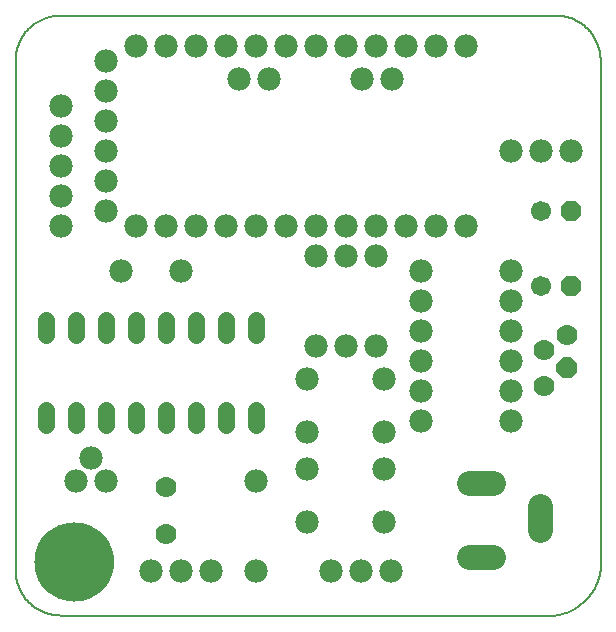
<source format=gbs>
G75*
%MOIN*%
%OFA0B0*%
%FSLAX25Y25*%
%IPPOS*%
%LPD*%
%AMOC8*
5,1,8,0,0,1.08239X$1,22.5*
%
%ADD10C,0.00600*%
%ADD11C,0.00000*%
%ADD12C,0.26400*%
%ADD13C,0.06700*%
%ADD14OC8,0.06700*%
%ADD15C,0.07800*%
%ADD16C,0.08274*%
%ADD17C,0.07000*%
%ADD18OC8,0.07000*%
%ADD19C,0.05600*%
D10*
X0078333Y0044883D02*
X0078333Y0214883D01*
X0078337Y0215245D01*
X0078351Y0215608D01*
X0078372Y0215970D01*
X0078403Y0216331D01*
X0078442Y0216691D01*
X0078490Y0217050D01*
X0078547Y0217408D01*
X0078612Y0217765D01*
X0078686Y0218120D01*
X0078769Y0218473D01*
X0078860Y0218824D01*
X0078959Y0219172D01*
X0079067Y0219518D01*
X0079183Y0219862D01*
X0079308Y0220202D01*
X0079440Y0220539D01*
X0079581Y0220873D01*
X0079730Y0221204D01*
X0079887Y0221531D01*
X0080051Y0221854D01*
X0080223Y0222173D01*
X0080403Y0222487D01*
X0080591Y0222798D01*
X0080786Y0223103D01*
X0080988Y0223404D01*
X0081198Y0223700D01*
X0081414Y0223990D01*
X0081638Y0224276D01*
X0081868Y0224556D01*
X0082105Y0224830D01*
X0082349Y0225098D01*
X0082599Y0225361D01*
X0082855Y0225617D01*
X0083118Y0225867D01*
X0083386Y0226111D01*
X0083660Y0226348D01*
X0083940Y0226578D01*
X0084226Y0226802D01*
X0084516Y0227018D01*
X0084812Y0227228D01*
X0085113Y0227430D01*
X0085418Y0227625D01*
X0085729Y0227813D01*
X0086043Y0227993D01*
X0086362Y0228165D01*
X0086685Y0228329D01*
X0087012Y0228486D01*
X0087343Y0228635D01*
X0087677Y0228776D01*
X0088014Y0228908D01*
X0088354Y0229033D01*
X0088698Y0229149D01*
X0089044Y0229257D01*
X0089392Y0229356D01*
X0089743Y0229447D01*
X0090096Y0229530D01*
X0090451Y0229604D01*
X0090808Y0229669D01*
X0091166Y0229726D01*
X0091525Y0229774D01*
X0091885Y0229813D01*
X0092246Y0229844D01*
X0092608Y0229865D01*
X0092971Y0229879D01*
X0093333Y0229883D01*
X0258333Y0229883D01*
X0258695Y0229879D01*
X0259058Y0229865D01*
X0259420Y0229844D01*
X0259781Y0229813D01*
X0260141Y0229774D01*
X0260500Y0229726D01*
X0260858Y0229669D01*
X0261215Y0229604D01*
X0261570Y0229530D01*
X0261923Y0229447D01*
X0262274Y0229356D01*
X0262622Y0229257D01*
X0262968Y0229149D01*
X0263312Y0229033D01*
X0263652Y0228908D01*
X0263989Y0228776D01*
X0264323Y0228635D01*
X0264654Y0228486D01*
X0264981Y0228329D01*
X0265304Y0228165D01*
X0265623Y0227993D01*
X0265937Y0227813D01*
X0266248Y0227625D01*
X0266553Y0227430D01*
X0266854Y0227228D01*
X0267150Y0227018D01*
X0267440Y0226802D01*
X0267726Y0226578D01*
X0268006Y0226348D01*
X0268280Y0226111D01*
X0268548Y0225867D01*
X0268811Y0225617D01*
X0269067Y0225361D01*
X0269317Y0225098D01*
X0269561Y0224830D01*
X0269798Y0224556D01*
X0270028Y0224276D01*
X0270252Y0223990D01*
X0270468Y0223700D01*
X0270678Y0223404D01*
X0270880Y0223103D01*
X0271075Y0222798D01*
X0271263Y0222487D01*
X0271443Y0222173D01*
X0271615Y0221854D01*
X0271779Y0221531D01*
X0271936Y0221204D01*
X0272085Y0220873D01*
X0272226Y0220539D01*
X0272358Y0220202D01*
X0272483Y0219862D01*
X0272599Y0219518D01*
X0272707Y0219172D01*
X0272806Y0218824D01*
X0272897Y0218473D01*
X0272980Y0218120D01*
X0273054Y0217765D01*
X0273119Y0217408D01*
X0273176Y0217050D01*
X0273224Y0216691D01*
X0273263Y0216331D01*
X0273294Y0215970D01*
X0273315Y0215608D01*
X0273329Y0215245D01*
X0273333Y0214883D01*
X0273333Y0044883D01*
X0273268Y0044461D01*
X0273192Y0044040D01*
X0273106Y0043622D01*
X0273010Y0043206D01*
X0272904Y0042792D01*
X0272788Y0042381D01*
X0272663Y0041972D01*
X0272527Y0041567D01*
X0272382Y0041166D01*
X0272226Y0040767D01*
X0272062Y0040373D01*
X0271888Y0039983D01*
X0271704Y0039597D01*
X0271511Y0039216D01*
X0271310Y0038840D01*
X0271099Y0038468D01*
X0270879Y0038102D01*
X0270650Y0037741D01*
X0270413Y0037386D01*
X0270167Y0037037D01*
X0269913Y0036693D01*
X0269650Y0036356D01*
X0269380Y0036025D01*
X0269101Y0035701D01*
X0268815Y0035384D01*
X0268522Y0035074D01*
X0268220Y0034771D01*
X0267912Y0034475D01*
X0267597Y0034187D01*
X0267274Y0033907D01*
X0266945Y0033634D01*
X0266610Y0033370D01*
X0266268Y0033113D01*
X0265920Y0032865D01*
X0265567Y0032626D01*
X0265207Y0032395D01*
X0264842Y0032173D01*
X0264472Y0031960D01*
X0264097Y0031755D01*
X0263717Y0031560D01*
X0263332Y0031374D01*
X0262943Y0031198D01*
X0262550Y0031031D01*
X0262153Y0030873D01*
X0261752Y0030725D01*
X0261348Y0030587D01*
X0260940Y0030459D01*
X0260530Y0030340D01*
X0260117Y0030232D01*
X0259701Y0030133D01*
X0259283Y0030045D01*
X0258863Y0029967D01*
X0258441Y0029899D01*
X0258018Y0029841D01*
X0257594Y0029793D01*
X0257168Y0029755D01*
X0256742Y0029728D01*
X0256315Y0029712D01*
X0255888Y0029705D01*
X0255461Y0029709D01*
X0255034Y0029723D01*
X0254607Y0029748D01*
X0254181Y0029782D01*
X0253757Y0029827D01*
X0253333Y0029883D01*
X0093333Y0029883D01*
X0092971Y0029887D01*
X0092608Y0029901D01*
X0092246Y0029922D01*
X0091885Y0029953D01*
X0091525Y0029992D01*
X0091166Y0030040D01*
X0090808Y0030097D01*
X0090451Y0030162D01*
X0090096Y0030236D01*
X0089743Y0030319D01*
X0089392Y0030410D01*
X0089044Y0030509D01*
X0088698Y0030617D01*
X0088354Y0030733D01*
X0088014Y0030858D01*
X0087677Y0030990D01*
X0087343Y0031131D01*
X0087012Y0031280D01*
X0086685Y0031437D01*
X0086362Y0031601D01*
X0086043Y0031773D01*
X0085729Y0031953D01*
X0085418Y0032141D01*
X0085113Y0032336D01*
X0084812Y0032538D01*
X0084516Y0032748D01*
X0084226Y0032964D01*
X0083940Y0033188D01*
X0083660Y0033418D01*
X0083386Y0033655D01*
X0083118Y0033899D01*
X0082855Y0034149D01*
X0082599Y0034405D01*
X0082349Y0034668D01*
X0082105Y0034936D01*
X0081868Y0035210D01*
X0081638Y0035490D01*
X0081414Y0035776D01*
X0081198Y0036066D01*
X0080988Y0036362D01*
X0080786Y0036663D01*
X0080591Y0036968D01*
X0080403Y0037279D01*
X0080223Y0037593D01*
X0080051Y0037912D01*
X0079887Y0038235D01*
X0079730Y0038562D01*
X0079581Y0038893D01*
X0079440Y0039227D01*
X0079308Y0039564D01*
X0079183Y0039904D01*
X0079067Y0040248D01*
X0078959Y0040594D01*
X0078860Y0040942D01*
X0078769Y0041293D01*
X0078686Y0041646D01*
X0078612Y0042001D01*
X0078547Y0042358D01*
X0078490Y0042716D01*
X0078442Y0043075D01*
X0078403Y0043435D01*
X0078372Y0043796D01*
X0078351Y0044158D01*
X0078337Y0044521D01*
X0078333Y0044883D01*
D11*
X0084833Y0047883D02*
X0084837Y0048202D01*
X0084849Y0048521D01*
X0084868Y0048839D01*
X0084896Y0049157D01*
X0084931Y0049474D01*
X0084974Y0049790D01*
X0085024Y0050106D01*
X0085083Y0050419D01*
X0085149Y0050731D01*
X0085223Y0051042D01*
X0085304Y0051350D01*
X0085393Y0051657D01*
X0085489Y0051961D01*
X0085593Y0052263D01*
X0085704Y0052562D01*
X0085823Y0052858D01*
X0085948Y0053151D01*
X0086081Y0053441D01*
X0086221Y0053728D01*
X0086368Y0054011D01*
X0086522Y0054291D01*
X0086683Y0054566D01*
X0086850Y0054838D01*
X0087024Y0055105D01*
X0087204Y0055369D01*
X0087391Y0055627D01*
X0087584Y0055881D01*
X0087784Y0056130D01*
X0087989Y0056374D01*
X0088201Y0056613D01*
X0088418Y0056847D01*
X0088641Y0057075D01*
X0088869Y0057298D01*
X0089103Y0057515D01*
X0089342Y0057727D01*
X0089586Y0057932D01*
X0089835Y0058132D01*
X0090089Y0058325D01*
X0090347Y0058512D01*
X0090611Y0058692D01*
X0090878Y0058866D01*
X0091150Y0059033D01*
X0091425Y0059194D01*
X0091705Y0059348D01*
X0091988Y0059495D01*
X0092275Y0059635D01*
X0092565Y0059768D01*
X0092858Y0059893D01*
X0093154Y0060012D01*
X0093453Y0060123D01*
X0093755Y0060227D01*
X0094059Y0060323D01*
X0094366Y0060412D01*
X0094674Y0060493D01*
X0094985Y0060567D01*
X0095297Y0060633D01*
X0095610Y0060692D01*
X0095926Y0060742D01*
X0096242Y0060785D01*
X0096559Y0060820D01*
X0096877Y0060848D01*
X0097195Y0060867D01*
X0097514Y0060879D01*
X0097833Y0060883D01*
X0098152Y0060879D01*
X0098471Y0060867D01*
X0098789Y0060848D01*
X0099107Y0060820D01*
X0099424Y0060785D01*
X0099740Y0060742D01*
X0100056Y0060692D01*
X0100369Y0060633D01*
X0100681Y0060567D01*
X0100992Y0060493D01*
X0101300Y0060412D01*
X0101607Y0060323D01*
X0101911Y0060227D01*
X0102213Y0060123D01*
X0102512Y0060012D01*
X0102808Y0059893D01*
X0103101Y0059768D01*
X0103391Y0059635D01*
X0103678Y0059495D01*
X0103961Y0059348D01*
X0104241Y0059194D01*
X0104516Y0059033D01*
X0104788Y0058866D01*
X0105055Y0058692D01*
X0105319Y0058512D01*
X0105577Y0058325D01*
X0105831Y0058132D01*
X0106080Y0057932D01*
X0106324Y0057727D01*
X0106563Y0057515D01*
X0106797Y0057298D01*
X0107025Y0057075D01*
X0107248Y0056847D01*
X0107465Y0056613D01*
X0107677Y0056374D01*
X0107882Y0056130D01*
X0108082Y0055881D01*
X0108275Y0055627D01*
X0108462Y0055369D01*
X0108642Y0055105D01*
X0108816Y0054838D01*
X0108983Y0054566D01*
X0109144Y0054291D01*
X0109298Y0054011D01*
X0109445Y0053728D01*
X0109585Y0053441D01*
X0109718Y0053151D01*
X0109843Y0052858D01*
X0109962Y0052562D01*
X0110073Y0052263D01*
X0110177Y0051961D01*
X0110273Y0051657D01*
X0110362Y0051350D01*
X0110443Y0051042D01*
X0110517Y0050731D01*
X0110583Y0050419D01*
X0110642Y0050106D01*
X0110692Y0049790D01*
X0110735Y0049474D01*
X0110770Y0049157D01*
X0110798Y0048839D01*
X0110817Y0048521D01*
X0110829Y0048202D01*
X0110833Y0047883D01*
X0110829Y0047564D01*
X0110817Y0047245D01*
X0110798Y0046927D01*
X0110770Y0046609D01*
X0110735Y0046292D01*
X0110692Y0045976D01*
X0110642Y0045660D01*
X0110583Y0045347D01*
X0110517Y0045035D01*
X0110443Y0044724D01*
X0110362Y0044416D01*
X0110273Y0044109D01*
X0110177Y0043805D01*
X0110073Y0043503D01*
X0109962Y0043204D01*
X0109843Y0042908D01*
X0109718Y0042615D01*
X0109585Y0042325D01*
X0109445Y0042038D01*
X0109298Y0041755D01*
X0109144Y0041475D01*
X0108983Y0041200D01*
X0108816Y0040928D01*
X0108642Y0040661D01*
X0108462Y0040397D01*
X0108275Y0040139D01*
X0108082Y0039885D01*
X0107882Y0039636D01*
X0107677Y0039392D01*
X0107465Y0039153D01*
X0107248Y0038919D01*
X0107025Y0038691D01*
X0106797Y0038468D01*
X0106563Y0038251D01*
X0106324Y0038039D01*
X0106080Y0037834D01*
X0105831Y0037634D01*
X0105577Y0037441D01*
X0105319Y0037254D01*
X0105055Y0037074D01*
X0104788Y0036900D01*
X0104516Y0036733D01*
X0104241Y0036572D01*
X0103961Y0036418D01*
X0103678Y0036271D01*
X0103391Y0036131D01*
X0103101Y0035998D01*
X0102808Y0035873D01*
X0102512Y0035754D01*
X0102213Y0035643D01*
X0101911Y0035539D01*
X0101607Y0035443D01*
X0101300Y0035354D01*
X0100992Y0035273D01*
X0100681Y0035199D01*
X0100369Y0035133D01*
X0100056Y0035074D01*
X0099740Y0035024D01*
X0099424Y0034981D01*
X0099107Y0034946D01*
X0098789Y0034918D01*
X0098471Y0034899D01*
X0098152Y0034887D01*
X0097833Y0034883D01*
X0097514Y0034887D01*
X0097195Y0034899D01*
X0096877Y0034918D01*
X0096559Y0034946D01*
X0096242Y0034981D01*
X0095926Y0035024D01*
X0095610Y0035074D01*
X0095297Y0035133D01*
X0094985Y0035199D01*
X0094674Y0035273D01*
X0094366Y0035354D01*
X0094059Y0035443D01*
X0093755Y0035539D01*
X0093453Y0035643D01*
X0093154Y0035754D01*
X0092858Y0035873D01*
X0092565Y0035998D01*
X0092275Y0036131D01*
X0091988Y0036271D01*
X0091705Y0036418D01*
X0091425Y0036572D01*
X0091150Y0036733D01*
X0090878Y0036900D01*
X0090611Y0037074D01*
X0090347Y0037254D01*
X0090089Y0037441D01*
X0089835Y0037634D01*
X0089586Y0037834D01*
X0089342Y0038039D01*
X0089103Y0038251D01*
X0088869Y0038468D01*
X0088641Y0038691D01*
X0088418Y0038919D01*
X0088201Y0039153D01*
X0087989Y0039392D01*
X0087784Y0039636D01*
X0087584Y0039885D01*
X0087391Y0040139D01*
X0087204Y0040397D01*
X0087024Y0040661D01*
X0086850Y0040928D01*
X0086683Y0041200D01*
X0086522Y0041475D01*
X0086368Y0041755D01*
X0086221Y0042038D01*
X0086081Y0042325D01*
X0085948Y0042615D01*
X0085823Y0042908D01*
X0085704Y0043204D01*
X0085593Y0043503D01*
X0085489Y0043805D01*
X0085393Y0044109D01*
X0085304Y0044416D01*
X0085223Y0044724D01*
X0085149Y0045035D01*
X0085083Y0045347D01*
X0085024Y0045660D01*
X0084974Y0045976D01*
X0084931Y0046292D01*
X0084896Y0046609D01*
X0084868Y0046927D01*
X0084849Y0047245D01*
X0084837Y0047564D01*
X0084833Y0047883D01*
D12*
X0097833Y0047883D03*
D13*
X0253333Y0139883D03*
X0253333Y0164883D03*
D14*
X0263333Y0164883D03*
X0263333Y0139883D03*
D15*
X0243333Y0134883D03*
X0243333Y0124883D03*
X0243333Y0114883D03*
X0243333Y0104883D03*
X0243333Y0094883D03*
X0213333Y0094883D03*
X0213333Y0104883D03*
X0213333Y0114883D03*
X0213333Y0124883D03*
X0213333Y0134883D03*
X0213333Y0144883D03*
X0198333Y0149883D03*
X0188333Y0149883D03*
X0178333Y0149883D03*
X0178333Y0159883D03*
X0168333Y0159883D03*
X0158333Y0159883D03*
X0148333Y0159883D03*
X0138333Y0159883D03*
X0128333Y0159883D03*
X0118333Y0159883D03*
X0108333Y0164883D03*
X0108333Y0174883D03*
X0108333Y0184883D03*
X0108333Y0194883D03*
X0108333Y0204883D03*
X0108333Y0214883D03*
X0118333Y0219883D03*
X0128333Y0219883D03*
X0138333Y0219883D03*
X0148333Y0219883D03*
X0158333Y0219883D03*
X0168333Y0219883D03*
X0178333Y0219883D03*
X0188333Y0219883D03*
X0198333Y0219883D03*
X0208333Y0219883D03*
X0218333Y0219883D03*
X0228333Y0219883D03*
X0203958Y0208633D03*
X0193958Y0208633D03*
X0162708Y0208633D03*
X0152708Y0208633D03*
X0188333Y0159883D03*
X0198333Y0159883D03*
X0208333Y0159883D03*
X0218333Y0159883D03*
X0228333Y0159883D03*
X0243333Y0144883D03*
X0201133Y0108783D03*
X0198333Y0119883D03*
X0188333Y0119883D03*
X0178333Y0119883D03*
X0175533Y0108783D03*
X0175533Y0090983D03*
X0175533Y0078783D03*
X0158333Y0074883D03*
X0175533Y0060983D03*
X0183333Y0044883D03*
X0193333Y0044883D03*
X0203333Y0044883D03*
X0201133Y0060983D03*
X0201133Y0078783D03*
X0201133Y0090983D03*
X0158333Y0044883D03*
X0143333Y0044883D03*
X0133333Y0044883D03*
X0123333Y0044883D03*
X0108333Y0074883D03*
X0103333Y0082383D03*
X0098333Y0074883D03*
X0113333Y0144883D03*
X0133333Y0144883D03*
X0093333Y0159883D03*
X0093333Y0169883D03*
X0093333Y0179883D03*
X0093333Y0189883D03*
X0093333Y0199883D03*
X0243333Y0184883D03*
X0253333Y0184883D03*
X0263333Y0184883D03*
D16*
X0237428Y0074214D02*
X0229554Y0074214D01*
X0253176Y0066340D02*
X0253176Y0058466D01*
X0237428Y0049411D02*
X0229554Y0049411D01*
D17*
X0254521Y0106383D03*
X0254521Y0118383D03*
X0262146Y0123383D03*
X0128333Y0072757D03*
X0128333Y0057009D03*
D18*
X0262146Y0112383D03*
D19*
X0158333Y0123283D02*
X0158333Y0128483D01*
X0148333Y0128483D02*
X0148333Y0123283D01*
X0138333Y0123283D02*
X0138333Y0128483D01*
X0128333Y0128483D02*
X0128333Y0123283D01*
X0118333Y0123283D02*
X0118333Y0128483D01*
X0108333Y0128483D02*
X0108333Y0123283D01*
X0098333Y0123283D02*
X0098333Y0128483D01*
X0088333Y0128483D02*
X0088333Y0123283D01*
X0088333Y0098483D02*
X0088333Y0093283D01*
X0098333Y0093283D02*
X0098333Y0098483D01*
X0108333Y0098483D02*
X0108333Y0093283D01*
X0118333Y0093283D02*
X0118333Y0098483D01*
X0128333Y0098483D02*
X0128333Y0093283D01*
X0138333Y0093283D02*
X0138333Y0098483D01*
X0148333Y0098483D02*
X0148333Y0093283D01*
X0158333Y0093283D02*
X0158333Y0098483D01*
M02*

</source>
